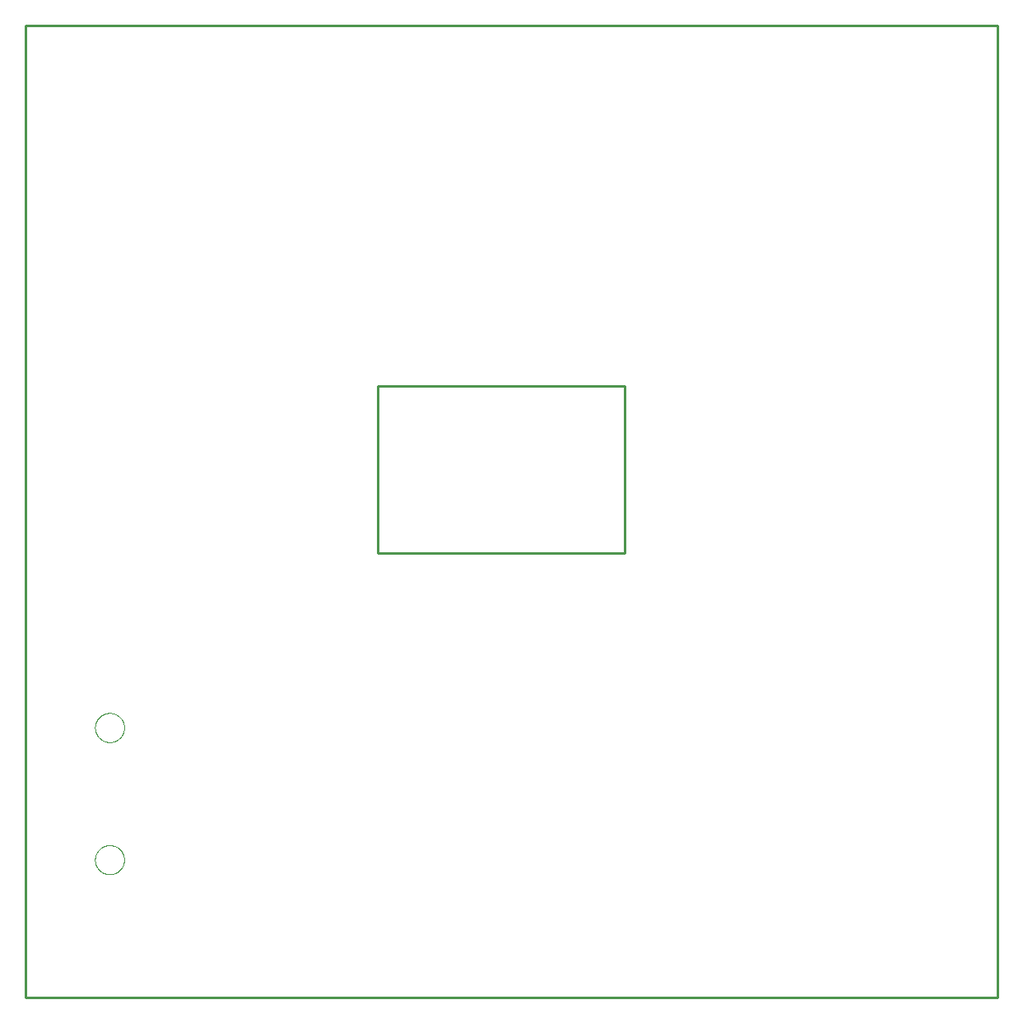
<source format=gbr>
G75*
%MOIN*%
%OFA0B0*%
%FSLAX25Y25*%
%IPPOS*%
%LPD*%
%AMOC8*
5,1,8,0,0,1.08239X$1,22.5*
%
%ADD10C,0.01000*%
%ADD11C,0.00000*%
D10*
X0005500Y0014273D02*
X0399201Y0014273D01*
X0399201Y0407974D01*
X0005500Y0407974D01*
X0005500Y0014273D01*
X0148000Y0194273D02*
X0148000Y0261773D01*
X0248000Y0261773D01*
X0248000Y0194273D01*
X0148000Y0194273D01*
D11*
X0033610Y0123544D02*
X0033612Y0123697D01*
X0033618Y0123851D01*
X0033628Y0124004D01*
X0033642Y0124156D01*
X0033660Y0124309D01*
X0033682Y0124460D01*
X0033707Y0124611D01*
X0033737Y0124762D01*
X0033771Y0124912D01*
X0033808Y0125060D01*
X0033849Y0125208D01*
X0033894Y0125354D01*
X0033943Y0125500D01*
X0033996Y0125644D01*
X0034052Y0125786D01*
X0034112Y0125927D01*
X0034176Y0126067D01*
X0034243Y0126205D01*
X0034314Y0126341D01*
X0034389Y0126475D01*
X0034466Y0126607D01*
X0034548Y0126737D01*
X0034632Y0126865D01*
X0034720Y0126991D01*
X0034811Y0127114D01*
X0034905Y0127235D01*
X0035003Y0127353D01*
X0035103Y0127469D01*
X0035207Y0127582D01*
X0035313Y0127693D01*
X0035422Y0127801D01*
X0035534Y0127906D01*
X0035648Y0128007D01*
X0035766Y0128106D01*
X0035885Y0128202D01*
X0036007Y0128295D01*
X0036132Y0128384D01*
X0036259Y0128471D01*
X0036388Y0128553D01*
X0036519Y0128633D01*
X0036652Y0128709D01*
X0036787Y0128782D01*
X0036924Y0128851D01*
X0037063Y0128916D01*
X0037203Y0128978D01*
X0037345Y0129036D01*
X0037488Y0129091D01*
X0037633Y0129142D01*
X0037779Y0129189D01*
X0037926Y0129232D01*
X0038074Y0129271D01*
X0038223Y0129307D01*
X0038373Y0129338D01*
X0038524Y0129366D01*
X0038675Y0129390D01*
X0038828Y0129410D01*
X0038980Y0129426D01*
X0039133Y0129438D01*
X0039286Y0129446D01*
X0039439Y0129450D01*
X0039593Y0129450D01*
X0039746Y0129446D01*
X0039899Y0129438D01*
X0040052Y0129426D01*
X0040204Y0129410D01*
X0040357Y0129390D01*
X0040508Y0129366D01*
X0040659Y0129338D01*
X0040809Y0129307D01*
X0040958Y0129271D01*
X0041106Y0129232D01*
X0041253Y0129189D01*
X0041399Y0129142D01*
X0041544Y0129091D01*
X0041687Y0129036D01*
X0041829Y0128978D01*
X0041969Y0128916D01*
X0042108Y0128851D01*
X0042245Y0128782D01*
X0042380Y0128709D01*
X0042513Y0128633D01*
X0042644Y0128553D01*
X0042773Y0128471D01*
X0042900Y0128384D01*
X0043025Y0128295D01*
X0043147Y0128202D01*
X0043266Y0128106D01*
X0043384Y0128007D01*
X0043498Y0127906D01*
X0043610Y0127801D01*
X0043719Y0127693D01*
X0043825Y0127582D01*
X0043929Y0127469D01*
X0044029Y0127353D01*
X0044127Y0127235D01*
X0044221Y0127114D01*
X0044312Y0126991D01*
X0044400Y0126865D01*
X0044484Y0126737D01*
X0044566Y0126607D01*
X0044643Y0126475D01*
X0044718Y0126341D01*
X0044789Y0126205D01*
X0044856Y0126067D01*
X0044920Y0125927D01*
X0044980Y0125786D01*
X0045036Y0125644D01*
X0045089Y0125500D01*
X0045138Y0125354D01*
X0045183Y0125208D01*
X0045224Y0125060D01*
X0045261Y0124912D01*
X0045295Y0124762D01*
X0045325Y0124611D01*
X0045350Y0124460D01*
X0045372Y0124309D01*
X0045390Y0124156D01*
X0045404Y0124004D01*
X0045414Y0123851D01*
X0045420Y0123697D01*
X0045422Y0123544D01*
X0045420Y0123391D01*
X0045414Y0123237D01*
X0045404Y0123084D01*
X0045390Y0122932D01*
X0045372Y0122779D01*
X0045350Y0122628D01*
X0045325Y0122477D01*
X0045295Y0122326D01*
X0045261Y0122176D01*
X0045224Y0122028D01*
X0045183Y0121880D01*
X0045138Y0121734D01*
X0045089Y0121588D01*
X0045036Y0121444D01*
X0044980Y0121302D01*
X0044920Y0121161D01*
X0044856Y0121021D01*
X0044789Y0120883D01*
X0044718Y0120747D01*
X0044643Y0120613D01*
X0044566Y0120481D01*
X0044484Y0120351D01*
X0044400Y0120223D01*
X0044312Y0120097D01*
X0044221Y0119974D01*
X0044127Y0119853D01*
X0044029Y0119735D01*
X0043929Y0119619D01*
X0043825Y0119506D01*
X0043719Y0119395D01*
X0043610Y0119287D01*
X0043498Y0119182D01*
X0043384Y0119081D01*
X0043266Y0118982D01*
X0043147Y0118886D01*
X0043025Y0118793D01*
X0042900Y0118704D01*
X0042773Y0118617D01*
X0042644Y0118535D01*
X0042513Y0118455D01*
X0042380Y0118379D01*
X0042245Y0118306D01*
X0042108Y0118237D01*
X0041969Y0118172D01*
X0041829Y0118110D01*
X0041687Y0118052D01*
X0041544Y0117997D01*
X0041399Y0117946D01*
X0041253Y0117899D01*
X0041106Y0117856D01*
X0040958Y0117817D01*
X0040809Y0117781D01*
X0040659Y0117750D01*
X0040508Y0117722D01*
X0040357Y0117698D01*
X0040204Y0117678D01*
X0040052Y0117662D01*
X0039899Y0117650D01*
X0039746Y0117642D01*
X0039593Y0117638D01*
X0039439Y0117638D01*
X0039286Y0117642D01*
X0039133Y0117650D01*
X0038980Y0117662D01*
X0038828Y0117678D01*
X0038675Y0117698D01*
X0038524Y0117722D01*
X0038373Y0117750D01*
X0038223Y0117781D01*
X0038074Y0117817D01*
X0037926Y0117856D01*
X0037779Y0117899D01*
X0037633Y0117946D01*
X0037488Y0117997D01*
X0037345Y0118052D01*
X0037203Y0118110D01*
X0037063Y0118172D01*
X0036924Y0118237D01*
X0036787Y0118306D01*
X0036652Y0118379D01*
X0036519Y0118455D01*
X0036388Y0118535D01*
X0036259Y0118617D01*
X0036132Y0118704D01*
X0036007Y0118793D01*
X0035885Y0118886D01*
X0035766Y0118982D01*
X0035648Y0119081D01*
X0035534Y0119182D01*
X0035422Y0119287D01*
X0035313Y0119395D01*
X0035207Y0119506D01*
X0035103Y0119619D01*
X0035003Y0119735D01*
X0034905Y0119853D01*
X0034811Y0119974D01*
X0034720Y0120097D01*
X0034632Y0120223D01*
X0034548Y0120351D01*
X0034466Y0120481D01*
X0034389Y0120613D01*
X0034314Y0120747D01*
X0034243Y0120883D01*
X0034176Y0121021D01*
X0034112Y0121161D01*
X0034052Y0121302D01*
X0033996Y0121444D01*
X0033943Y0121588D01*
X0033894Y0121734D01*
X0033849Y0121880D01*
X0033808Y0122028D01*
X0033771Y0122176D01*
X0033737Y0122326D01*
X0033707Y0122477D01*
X0033682Y0122628D01*
X0033660Y0122779D01*
X0033642Y0122932D01*
X0033628Y0123084D01*
X0033618Y0123237D01*
X0033612Y0123391D01*
X0033610Y0123544D01*
X0033610Y0070001D02*
X0033612Y0070154D01*
X0033618Y0070308D01*
X0033628Y0070461D01*
X0033642Y0070613D01*
X0033660Y0070766D01*
X0033682Y0070917D01*
X0033707Y0071068D01*
X0033737Y0071219D01*
X0033771Y0071369D01*
X0033808Y0071517D01*
X0033849Y0071665D01*
X0033894Y0071811D01*
X0033943Y0071957D01*
X0033996Y0072101D01*
X0034052Y0072243D01*
X0034112Y0072384D01*
X0034176Y0072524D01*
X0034243Y0072662D01*
X0034314Y0072798D01*
X0034389Y0072932D01*
X0034466Y0073064D01*
X0034548Y0073194D01*
X0034632Y0073322D01*
X0034720Y0073448D01*
X0034811Y0073571D01*
X0034905Y0073692D01*
X0035003Y0073810D01*
X0035103Y0073926D01*
X0035207Y0074039D01*
X0035313Y0074150D01*
X0035422Y0074258D01*
X0035534Y0074363D01*
X0035648Y0074464D01*
X0035766Y0074563D01*
X0035885Y0074659D01*
X0036007Y0074752D01*
X0036132Y0074841D01*
X0036259Y0074928D01*
X0036388Y0075010D01*
X0036519Y0075090D01*
X0036652Y0075166D01*
X0036787Y0075239D01*
X0036924Y0075308D01*
X0037063Y0075373D01*
X0037203Y0075435D01*
X0037345Y0075493D01*
X0037488Y0075548D01*
X0037633Y0075599D01*
X0037779Y0075646D01*
X0037926Y0075689D01*
X0038074Y0075728D01*
X0038223Y0075764D01*
X0038373Y0075795D01*
X0038524Y0075823D01*
X0038675Y0075847D01*
X0038828Y0075867D01*
X0038980Y0075883D01*
X0039133Y0075895D01*
X0039286Y0075903D01*
X0039439Y0075907D01*
X0039593Y0075907D01*
X0039746Y0075903D01*
X0039899Y0075895D01*
X0040052Y0075883D01*
X0040204Y0075867D01*
X0040357Y0075847D01*
X0040508Y0075823D01*
X0040659Y0075795D01*
X0040809Y0075764D01*
X0040958Y0075728D01*
X0041106Y0075689D01*
X0041253Y0075646D01*
X0041399Y0075599D01*
X0041544Y0075548D01*
X0041687Y0075493D01*
X0041829Y0075435D01*
X0041969Y0075373D01*
X0042108Y0075308D01*
X0042245Y0075239D01*
X0042380Y0075166D01*
X0042513Y0075090D01*
X0042644Y0075010D01*
X0042773Y0074928D01*
X0042900Y0074841D01*
X0043025Y0074752D01*
X0043147Y0074659D01*
X0043266Y0074563D01*
X0043384Y0074464D01*
X0043498Y0074363D01*
X0043610Y0074258D01*
X0043719Y0074150D01*
X0043825Y0074039D01*
X0043929Y0073926D01*
X0044029Y0073810D01*
X0044127Y0073692D01*
X0044221Y0073571D01*
X0044312Y0073448D01*
X0044400Y0073322D01*
X0044484Y0073194D01*
X0044566Y0073064D01*
X0044643Y0072932D01*
X0044718Y0072798D01*
X0044789Y0072662D01*
X0044856Y0072524D01*
X0044920Y0072384D01*
X0044980Y0072243D01*
X0045036Y0072101D01*
X0045089Y0071957D01*
X0045138Y0071811D01*
X0045183Y0071665D01*
X0045224Y0071517D01*
X0045261Y0071369D01*
X0045295Y0071219D01*
X0045325Y0071068D01*
X0045350Y0070917D01*
X0045372Y0070766D01*
X0045390Y0070613D01*
X0045404Y0070461D01*
X0045414Y0070308D01*
X0045420Y0070154D01*
X0045422Y0070001D01*
X0045420Y0069848D01*
X0045414Y0069694D01*
X0045404Y0069541D01*
X0045390Y0069389D01*
X0045372Y0069236D01*
X0045350Y0069085D01*
X0045325Y0068934D01*
X0045295Y0068783D01*
X0045261Y0068633D01*
X0045224Y0068485D01*
X0045183Y0068337D01*
X0045138Y0068191D01*
X0045089Y0068045D01*
X0045036Y0067901D01*
X0044980Y0067759D01*
X0044920Y0067618D01*
X0044856Y0067478D01*
X0044789Y0067340D01*
X0044718Y0067204D01*
X0044643Y0067070D01*
X0044566Y0066938D01*
X0044484Y0066808D01*
X0044400Y0066680D01*
X0044312Y0066554D01*
X0044221Y0066431D01*
X0044127Y0066310D01*
X0044029Y0066192D01*
X0043929Y0066076D01*
X0043825Y0065963D01*
X0043719Y0065852D01*
X0043610Y0065744D01*
X0043498Y0065639D01*
X0043384Y0065538D01*
X0043266Y0065439D01*
X0043147Y0065343D01*
X0043025Y0065250D01*
X0042900Y0065161D01*
X0042773Y0065074D01*
X0042644Y0064992D01*
X0042513Y0064912D01*
X0042380Y0064836D01*
X0042245Y0064763D01*
X0042108Y0064694D01*
X0041969Y0064629D01*
X0041829Y0064567D01*
X0041687Y0064509D01*
X0041544Y0064454D01*
X0041399Y0064403D01*
X0041253Y0064356D01*
X0041106Y0064313D01*
X0040958Y0064274D01*
X0040809Y0064238D01*
X0040659Y0064207D01*
X0040508Y0064179D01*
X0040357Y0064155D01*
X0040204Y0064135D01*
X0040052Y0064119D01*
X0039899Y0064107D01*
X0039746Y0064099D01*
X0039593Y0064095D01*
X0039439Y0064095D01*
X0039286Y0064099D01*
X0039133Y0064107D01*
X0038980Y0064119D01*
X0038828Y0064135D01*
X0038675Y0064155D01*
X0038524Y0064179D01*
X0038373Y0064207D01*
X0038223Y0064238D01*
X0038074Y0064274D01*
X0037926Y0064313D01*
X0037779Y0064356D01*
X0037633Y0064403D01*
X0037488Y0064454D01*
X0037345Y0064509D01*
X0037203Y0064567D01*
X0037063Y0064629D01*
X0036924Y0064694D01*
X0036787Y0064763D01*
X0036652Y0064836D01*
X0036519Y0064912D01*
X0036388Y0064992D01*
X0036259Y0065074D01*
X0036132Y0065161D01*
X0036007Y0065250D01*
X0035885Y0065343D01*
X0035766Y0065439D01*
X0035648Y0065538D01*
X0035534Y0065639D01*
X0035422Y0065744D01*
X0035313Y0065852D01*
X0035207Y0065963D01*
X0035103Y0066076D01*
X0035003Y0066192D01*
X0034905Y0066310D01*
X0034811Y0066431D01*
X0034720Y0066554D01*
X0034632Y0066680D01*
X0034548Y0066808D01*
X0034466Y0066938D01*
X0034389Y0067070D01*
X0034314Y0067204D01*
X0034243Y0067340D01*
X0034176Y0067478D01*
X0034112Y0067618D01*
X0034052Y0067759D01*
X0033996Y0067901D01*
X0033943Y0068045D01*
X0033894Y0068191D01*
X0033849Y0068337D01*
X0033808Y0068485D01*
X0033771Y0068633D01*
X0033737Y0068783D01*
X0033707Y0068934D01*
X0033682Y0069085D01*
X0033660Y0069236D01*
X0033642Y0069389D01*
X0033628Y0069541D01*
X0033618Y0069694D01*
X0033612Y0069848D01*
X0033610Y0070001D01*
M02*

</source>
